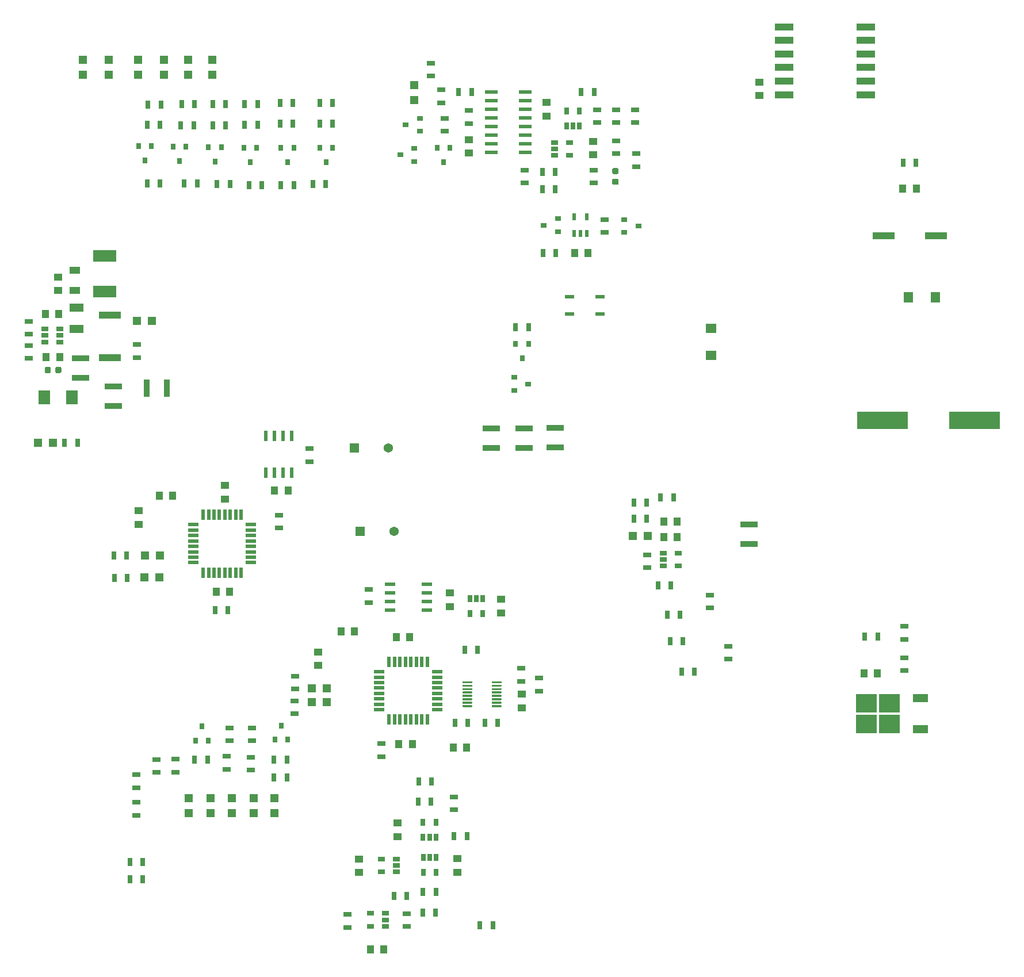
<source format=gbr>
%TF.GenerationSoftware,KiCad,Pcbnew,5.1.10-88a1d61d58~88~ubuntu20.04.1*%
%TF.CreationDate,2022-03-23T18:39:57-04:00*%
%TF.ProjectId,service_section_controller,73657276-6963-4655-9f73-656374696f6e,1.0*%
%TF.SameCoordinates,Original*%
%TF.FileFunction,Paste,Top*%
%TF.FilePolarity,Positive*%
%FSLAX46Y46*%
G04 Gerber Fmt 4.6, Leading zero omitted, Abs format (unit mm)*
G04 Created by KiCad (PCBNEW 5.1.10-88a1d61d58~88~ubuntu20.04.1) date 2022-03-23 18:39:57*
%MOMM*%
%LPD*%
G01*
G04 APERTURE LIST*
%ADD10C,1.371600*%
%ADD11R,1.371600X1.371600*%
%ADD12R,0.550000X1.600000*%
%ADD13R,1.600000X0.550000*%
%ADD14R,2.500000X0.900000*%
%ADD15R,1.250000X1.000000*%
%ADD16R,2.700000X1.000000*%
%ADD17R,1.300000X0.700000*%
%ADD18R,7.500000X2.500000*%
%ADD19R,0.700000X1.300000*%
%ADD20R,0.800000X0.900000*%
%ADD21R,1.200000X1.200000*%
%ADD22R,0.900000X0.800000*%
%ADD23R,0.600000X1.550000*%
%ADD24R,1.550000X0.600000*%
%ADD25R,1.060000X0.650000*%
%ADD26R,0.650000X1.060000*%
%ADD27R,2.200000X1.200000*%
%ADD28R,3.050000X2.750000*%
%ADD29R,3.200000X1.000000*%
%ADD30R,2.000000X1.200000*%
%ADD31R,0.900000X2.500000*%
%ADD32R,1.640000X1.400000*%
%ADD33R,1.400000X1.640000*%
%ADD34R,1.778000X2.159000*%
%ADD35R,3.500000X1.780000*%
%ADD36R,1.600000X1.000000*%
%ADD37R,1.000000X1.250000*%
%ADD38R,3.200000X1.100000*%
%ADD39R,0.600000X1.000000*%
%ADD40R,1.970000X0.600000*%
%ADD41R,1.450000X0.550000*%
G04 APERTURE END LIST*
D10*
%TO.C,C902*%
X189331600Y-135432800D03*
D11*
X184327800Y-135432800D03*
%TD*%
D12*
%TO.C,U1003*%
X194176300Y-154652400D03*
X193376300Y-154652400D03*
X192576300Y-154652400D03*
X191776300Y-154652400D03*
X190976300Y-154652400D03*
X190176300Y-154652400D03*
X189376300Y-154652400D03*
X188576300Y-154652400D03*
D13*
X187126300Y-156102400D03*
X187126300Y-156902400D03*
X187126300Y-157702400D03*
X187126300Y-158502400D03*
X187126300Y-159302400D03*
X187126300Y-160102400D03*
X187126300Y-160902400D03*
X187126300Y-161702400D03*
D12*
X188576300Y-163152400D03*
X189376300Y-163152400D03*
X190176300Y-163152400D03*
X190976300Y-163152400D03*
X191776300Y-163152400D03*
X192576300Y-163152400D03*
X193376300Y-163152400D03*
X194176300Y-163152400D03*
D13*
X195626300Y-161702400D03*
X195626300Y-160902400D03*
X195626300Y-160102400D03*
X195626300Y-159302400D03*
X195626300Y-158502400D03*
X195626300Y-157702400D03*
X195626300Y-156902400D03*
X195626300Y-156102400D03*
%TD*%
D14*
%TO.C,F203*%
X212975000Y-120200000D03*
X212975000Y-123100000D03*
%TD*%
D15*
%TO.C,C805*%
X243078000Y-71294500D03*
X243078000Y-69294500D03*
%TD*%
D16*
%TO.C,T801*%
X258752300Y-61141600D03*
X246682300Y-61141600D03*
X258752300Y-63141600D03*
X246682300Y-63141600D03*
X258752300Y-65141600D03*
X246682300Y-65141600D03*
X258752300Y-67141600D03*
X246682300Y-67141600D03*
X258752300Y-69141600D03*
X246682300Y-69141600D03*
X258752300Y-71141600D03*
X246682300Y-71141600D03*
%TD*%
D17*
%TO.C,R305*%
X224790000Y-75245000D03*
X224790000Y-73345000D03*
%TD*%
D18*
%TO.C,C701*%
X261201000Y-119126000D03*
X274701000Y-119126000D03*
%TD*%
D19*
%TO.C,R907*%
X173517600Y-169011600D03*
X171617600Y-169011600D03*
%TD*%
D20*
%TO.C,Q902*%
X172694600Y-164024600D03*
X173644600Y-166124600D03*
X171744600Y-166124600D03*
%TD*%
D21*
%TO.C,D902*%
X168666160Y-176918800D03*
X168666160Y-174718800D03*
%TD*%
%TO.C,D903*%
X171714160Y-176918800D03*
X171714160Y-174718800D03*
%TD*%
D19*
%TO.C,R905*%
X173517600Y-171678600D03*
X171617600Y-171678600D03*
%TD*%
D21*
%TO.C,D905*%
X159105600Y-176918800D03*
X159105600Y-174718800D03*
%TD*%
D22*
%TO.C,D301*%
X192262000Y-80960000D03*
X192262000Y-79060000D03*
X190262000Y-80010000D03*
%TD*%
D13*
%TO.C,U1004*%
X168250000Y-134450000D03*
X168250000Y-135250000D03*
X168250000Y-136050000D03*
X168250000Y-136850000D03*
X168250000Y-137650000D03*
X168250000Y-138450000D03*
X168250000Y-139250000D03*
X168250000Y-140050000D03*
D12*
X166800000Y-141500000D03*
X166000000Y-141500000D03*
X165200000Y-141500000D03*
X164400000Y-141500000D03*
X163600000Y-141500000D03*
X162800000Y-141500000D03*
X162000000Y-141500000D03*
X161200000Y-141500000D03*
D13*
X159750000Y-140050000D03*
X159750000Y-139250000D03*
X159750000Y-138450000D03*
X159750000Y-137650000D03*
X159750000Y-136850000D03*
X159750000Y-136050000D03*
X159750000Y-135250000D03*
X159750000Y-134450000D03*
D12*
X161200000Y-133000000D03*
X162000000Y-133000000D03*
X162800000Y-133000000D03*
X163600000Y-133000000D03*
X164400000Y-133000000D03*
X165200000Y-133000000D03*
X166000000Y-133000000D03*
X166800000Y-133000000D03*
%TD*%
D23*
%TO.C,U1002*%
X170461820Y-121410440D03*
X171731820Y-121410440D03*
X173001820Y-121410440D03*
X174271820Y-121410440D03*
X174271820Y-126810440D03*
X173001820Y-126810440D03*
X171731820Y-126810440D03*
X170461820Y-126810440D03*
%TD*%
D24*
%TO.C,U1001*%
X188701700Y-147040600D03*
X188701700Y-145770600D03*
X188701700Y-144500600D03*
X188701700Y-143230600D03*
X194101700Y-143230600D03*
X194101700Y-144500600D03*
X194101700Y-145770600D03*
X194101700Y-147040600D03*
%TD*%
D25*
%TO.C,U806*%
X187418800Y-185557200D03*
X187418800Y-183657200D03*
X189618800Y-183657200D03*
X189618800Y-184607200D03*
X189618800Y-185557200D03*
%TD*%
D26*
%TO.C,U805*%
X195526700Y-185643700D03*
X193626700Y-185643700D03*
X193626700Y-183443700D03*
X194576700Y-183443700D03*
X195526700Y-183443700D03*
%TD*%
D25*
%TO.C,U804*%
X185793200Y-193583600D03*
X185793200Y-191683600D03*
X187993200Y-191683600D03*
X187993200Y-192633600D03*
X187993200Y-193583600D03*
%TD*%
D26*
%TO.C,U803*%
X193563200Y-178300200D03*
X195463200Y-178300200D03*
X195463200Y-180500200D03*
X194513200Y-180500200D03*
X193563200Y-180500200D03*
%TD*%
%TO.C,U802*%
G36*
G01*
X203659800Y-157735400D02*
X203659800Y-157585400D01*
G75*
G02*
X203734800Y-157510400I75000J0D01*
G01*
X205034800Y-157510400D01*
G75*
G02*
X205109800Y-157585400I0J-75000D01*
G01*
X205109800Y-157735400D01*
G75*
G02*
X205034800Y-157810400I-75000J0D01*
G01*
X203734800Y-157810400D01*
G75*
G02*
X203659800Y-157735400I0J75000D01*
G01*
G37*
G36*
G01*
X203659800Y-158235400D02*
X203659800Y-158085400D01*
G75*
G02*
X203734800Y-158010400I75000J0D01*
G01*
X205034800Y-158010400D01*
G75*
G02*
X205109800Y-158085400I0J-75000D01*
G01*
X205109800Y-158235400D01*
G75*
G02*
X205034800Y-158310400I-75000J0D01*
G01*
X203734800Y-158310400D01*
G75*
G02*
X203659800Y-158235400I0J75000D01*
G01*
G37*
G36*
G01*
X203659800Y-158735400D02*
X203659800Y-158585400D01*
G75*
G02*
X203734800Y-158510400I75000J0D01*
G01*
X205034800Y-158510400D01*
G75*
G02*
X205109800Y-158585400I0J-75000D01*
G01*
X205109800Y-158735400D01*
G75*
G02*
X205034800Y-158810400I-75000J0D01*
G01*
X203734800Y-158810400D01*
G75*
G02*
X203659800Y-158735400I0J75000D01*
G01*
G37*
G36*
G01*
X203659800Y-159235400D02*
X203659800Y-159085400D01*
G75*
G02*
X203734800Y-159010400I75000J0D01*
G01*
X205034800Y-159010400D01*
G75*
G02*
X205109800Y-159085400I0J-75000D01*
G01*
X205109800Y-159235400D01*
G75*
G02*
X205034800Y-159310400I-75000J0D01*
G01*
X203734800Y-159310400D01*
G75*
G02*
X203659800Y-159235400I0J75000D01*
G01*
G37*
G36*
G01*
X203659800Y-159735400D02*
X203659800Y-159585400D01*
G75*
G02*
X203734800Y-159510400I75000J0D01*
G01*
X205034800Y-159510400D01*
G75*
G02*
X205109800Y-159585400I0J-75000D01*
G01*
X205109800Y-159735400D01*
G75*
G02*
X205034800Y-159810400I-75000J0D01*
G01*
X203734800Y-159810400D01*
G75*
G02*
X203659800Y-159735400I0J75000D01*
G01*
G37*
G36*
G01*
X203659800Y-160235400D02*
X203659800Y-160085400D01*
G75*
G02*
X203734800Y-160010400I75000J0D01*
G01*
X205034800Y-160010400D01*
G75*
G02*
X205109800Y-160085400I0J-75000D01*
G01*
X205109800Y-160235400D01*
G75*
G02*
X205034800Y-160310400I-75000J0D01*
G01*
X203734800Y-160310400D01*
G75*
G02*
X203659800Y-160235400I0J75000D01*
G01*
G37*
G36*
G01*
X203659800Y-160735400D02*
X203659800Y-160585400D01*
G75*
G02*
X203734800Y-160510400I75000J0D01*
G01*
X205034800Y-160510400D01*
G75*
G02*
X205109800Y-160585400I0J-75000D01*
G01*
X205109800Y-160735400D01*
G75*
G02*
X205034800Y-160810400I-75000J0D01*
G01*
X203734800Y-160810400D01*
G75*
G02*
X203659800Y-160735400I0J75000D01*
G01*
G37*
G36*
G01*
X203659800Y-161235400D02*
X203659800Y-161085400D01*
G75*
G02*
X203734800Y-161010400I75000J0D01*
G01*
X205034800Y-161010400D01*
G75*
G02*
X205109800Y-161085400I0J-75000D01*
G01*
X205109800Y-161235400D01*
G75*
G02*
X205034800Y-161310400I-75000J0D01*
G01*
X203734800Y-161310400D01*
G75*
G02*
X203659800Y-161235400I0J75000D01*
G01*
G37*
G36*
G01*
X199359800Y-161235400D02*
X199359800Y-161085400D01*
G75*
G02*
X199434800Y-161010400I75000J0D01*
G01*
X200734800Y-161010400D01*
G75*
G02*
X200809800Y-161085400I0J-75000D01*
G01*
X200809800Y-161235400D01*
G75*
G02*
X200734800Y-161310400I-75000J0D01*
G01*
X199434800Y-161310400D01*
G75*
G02*
X199359800Y-161235400I0J75000D01*
G01*
G37*
G36*
G01*
X199359800Y-160735400D02*
X199359800Y-160585400D01*
G75*
G02*
X199434800Y-160510400I75000J0D01*
G01*
X200734800Y-160510400D01*
G75*
G02*
X200809800Y-160585400I0J-75000D01*
G01*
X200809800Y-160735400D01*
G75*
G02*
X200734800Y-160810400I-75000J0D01*
G01*
X199434800Y-160810400D01*
G75*
G02*
X199359800Y-160735400I0J75000D01*
G01*
G37*
G36*
G01*
X199359800Y-160235400D02*
X199359800Y-160085400D01*
G75*
G02*
X199434800Y-160010400I75000J0D01*
G01*
X200734800Y-160010400D01*
G75*
G02*
X200809800Y-160085400I0J-75000D01*
G01*
X200809800Y-160235400D01*
G75*
G02*
X200734800Y-160310400I-75000J0D01*
G01*
X199434800Y-160310400D01*
G75*
G02*
X199359800Y-160235400I0J75000D01*
G01*
G37*
G36*
G01*
X199359800Y-159735400D02*
X199359800Y-159585400D01*
G75*
G02*
X199434800Y-159510400I75000J0D01*
G01*
X200734800Y-159510400D01*
G75*
G02*
X200809800Y-159585400I0J-75000D01*
G01*
X200809800Y-159735400D01*
G75*
G02*
X200734800Y-159810400I-75000J0D01*
G01*
X199434800Y-159810400D01*
G75*
G02*
X199359800Y-159735400I0J75000D01*
G01*
G37*
G36*
G01*
X199359800Y-159235400D02*
X199359800Y-159085400D01*
G75*
G02*
X199434800Y-159010400I75000J0D01*
G01*
X200734800Y-159010400D01*
G75*
G02*
X200809800Y-159085400I0J-75000D01*
G01*
X200809800Y-159235400D01*
G75*
G02*
X200734800Y-159310400I-75000J0D01*
G01*
X199434800Y-159310400D01*
G75*
G02*
X199359800Y-159235400I0J75000D01*
G01*
G37*
G36*
G01*
X199359800Y-158735400D02*
X199359800Y-158585400D01*
G75*
G02*
X199434800Y-158510400I75000J0D01*
G01*
X200734800Y-158510400D01*
G75*
G02*
X200809800Y-158585400I0J-75000D01*
G01*
X200809800Y-158735400D01*
G75*
G02*
X200734800Y-158810400I-75000J0D01*
G01*
X199434800Y-158810400D01*
G75*
G02*
X199359800Y-158735400I0J75000D01*
G01*
G37*
G36*
G01*
X199359800Y-158235400D02*
X199359800Y-158085400D01*
G75*
G02*
X199434800Y-158010400I75000J0D01*
G01*
X200734800Y-158010400D01*
G75*
G02*
X200809800Y-158085400I0J-75000D01*
G01*
X200809800Y-158235400D01*
G75*
G02*
X200734800Y-158310400I-75000J0D01*
G01*
X199434800Y-158310400D01*
G75*
G02*
X199359800Y-158235400I0J75000D01*
G01*
G37*
G36*
G01*
X199359800Y-157735400D02*
X199359800Y-157585400D01*
G75*
G02*
X199434800Y-157510400I75000J0D01*
G01*
X200734800Y-157510400D01*
G75*
G02*
X200809800Y-157585400I0J-75000D01*
G01*
X200809800Y-157735400D01*
G75*
G02*
X200734800Y-157810400I-75000J0D01*
G01*
X199434800Y-157810400D01*
G75*
G02*
X199359800Y-157735400I0J75000D01*
G01*
G37*
%TD*%
%TO.C,U801*%
X202359300Y-147556400D03*
X200459300Y-147556400D03*
X200459300Y-145356400D03*
X201409300Y-145356400D03*
X202359300Y-145356400D03*
%TD*%
D27*
%TO.C,U701*%
X266810600Y-164535200D03*
X266810600Y-159975200D03*
D28*
X258835600Y-160730200D03*
X262185600Y-163780200D03*
X258835600Y-163780200D03*
X262185600Y-160730200D03*
%TD*%
D25*
%TO.C,U601*%
X231097000Y-138623000D03*
X231097000Y-140523000D03*
X228897000Y-140523000D03*
X228897000Y-139573000D03*
X228897000Y-138623000D03*
%TD*%
D26*
%TO.C,U302*%
X214696000Y-73576000D03*
X216596000Y-73576000D03*
X216596000Y-75776000D03*
X215646000Y-75776000D03*
X214696000Y-75776000D03*
%TD*%
D25*
%TO.C,U301*%
X215095000Y-78171000D03*
X215095000Y-80071000D03*
X212895000Y-80071000D03*
X212895000Y-79121000D03*
X212895000Y-78171000D03*
%TD*%
%TO.C,U201*%
X140076100Y-106603800D03*
X140076100Y-105653800D03*
X140076100Y-107553800D03*
X137876100Y-107553800D03*
X137876100Y-106603800D03*
X137876100Y-105653800D03*
%TD*%
D17*
%TO.C,R1014*%
X172400000Y-134950000D03*
X172400000Y-133050000D03*
%TD*%
D19*
%TO.C,R1013*%
X152334000Y-184150000D03*
X150434000Y-184150000D03*
%TD*%
%TO.C,R1012*%
X152334000Y-186690000D03*
X150434000Y-186690000D03*
%TD*%
%TO.C,R1010*%
X148160000Y-142300000D03*
X150060000Y-142300000D03*
%TD*%
%TO.C,R1009*%
X148050000Y-138990000D03*
X149950000Y-138990000D03*
%TD*%
D17*
%TO.C,R1008*%
X174675000Y-162275000D03*
X174675000Y-160375000D03*
%TD*%
%TO.C,R1007*%
X174700000Y-156750000D03*
X174700000Y-158650000D03*
%TD*%
D19*
%TO.C,R1006*%
X199710000Y-152908000D03*
X201610000Y-152908000D03*
%TD*%
D17*
%TO.C,R1005*%
X151384000Y-177226000D03*
X151384000Y-175326000D03*
%TD*%
%TO.C,R1004*%
X151384000Y-171262000D03*
X151384000Y-173162000D03*
%TD*%
%TO.C,R1001*%
X187439300Y-166715400D03*
X187439300Y-168615400D03*
%TD*%
%TO.C,R909*%
X154355800Y-170952200D03*
X154355800Y-169052200D03*
%TD*%
%TO.C,R908*%
X165074600Y-164378600D03*
X165074600Y-166278600D03*
%TD*%
%TO.C,R906*%
X164693600Y-170469600D03*
X164693600Y-168569600D03*
%TD*%
D19*
%TO.C,R902*%
X161833600Y-169011600D03*
X159933600Y-169011600D03*
%TD*%
D17*
%TO.C,R904*%
X168376600Y-164378600D03*
X168376600Y-166278600D03*
%TD*%
%TO.C,R901*%
X157149800Y-170901400D03*
X157149800Y-169001400D03*
%TD*%
%TO.C,R903*%
X168249600Y-170596600D03*
X168249600Y-168696600D03*
%TD*%
D19*
%TO.C,R815*%
X209103000Y-105346500D03*
X207203000Y-105346500D03*
%TD*%
%TO.C,R814*%
X193499700Y-191528700D03*
X195399700Y-191528700D03*
%TD*%
D17*
%TO.C,R812*%
X191160400Y-193634400D03*
X191160400Y-191734400D03*
%TD*%
D19*
%TO.C,R813*%
X195463200Y-188544200D03*
X193563200Y-188544200D03*
%TD*%
%TO.C,R810*%
X198236800Y-163601400D03*
X200136800Y-163601400D03*
%TD*%
%TO.C,R809*%
X202681800Y-163601400D03*
X204581800Y-163601400D03*
%TD*%
%TO.C,R808*%
X192928200Y-172224700D03*
X194828200Y-172224700D03*
%TD*%
%TO.C,R807*%
X198135200Y-180289200D03*
X200035200Y-180289200D03*
%TD*%
D17*
%TO.C,R806*%
X210680300Y-158963400D03*
X210680300Y-157063400D03*
%TD*%
%TO.C,R805*%
X208013300Y-157502900D03*
X208013300Y-155602900D03*
%TD*%
D19*
%TO.C,R803*%
X194764700Y-175209200D03*
X192864700Y-175209200D03*
%TD*%
D17*
%TO.C,R804*%
X198132700Y-176413200D03*
X198132700Y-174513200D03*
%TD*%
%TO.C,R802*%
X182422800Y-193736000D03*
X182422800Y-191836000D03*
%TD*%
D19*
%TO.C,R801*%
X203845200Y-193446400D03*
X201945200Y-193446400D03*
%TD*%
%TO.C,R707*%
X266126000Y-81153000D03*
X264226000Y-81153000D03*
%TD*%
%TO.C,R610*%
X226502000Y-131191000D03*
X224602000Y-131191000D03*
%TD*%
%TO.C,R609*%
X226502000Y-133604000D03*
X224602000Y-133604000D03*
%TD*%
%TO.C,R608*%
X230439000Y-130429000D03*
X228539000Y-130429000D03*
%TD*%
%TO.C,R607*%
X230058000Y-143408400D03*
X228158000Y-143408400D03*
%TD*%
%TO.C,R606*%
X231836000Y-151638000D03*
X229936000Y-151638000D03*
%TD*%
D17*
%TO.C,R605*%
X226568000Y-138877000D03*
X226568000Y-140777000D03*
%TD*%
D19*
%TO.C,R604*%
X233512400Y-156108400D03*
X231612400Y-156108400D03*
%TD*%
%TO.C,R602*%
X229478800Y-147675600D03*
X231378800Y-147675600D03*
%TD*%
D17*
%TO.C,R603*%
X235813600Y-144795200D03*
X235813600Y-146695200D03*
%TD*%
%TO.C,R601*%
X238506000Y-152364400D03*
X238506000Y-154264400D03*
%TD*%
D19*
%TO.C,R518*%
X177358000Y-84328000D03*
X179258000Y-84328000D03*
%TD*%
%TO.C,R516*%
X172659000Y-84455000D03*
X174559000Y-84455000D03*
%TD*%
%TO.C,R517*%
X167960000Y-84455000D03*
X169860000Y-84455000D03*
%TD*%
%TO.C,R514*%
X174432000Y-75438000D03*
X172532000Y-75438000D03*
%TD*%
%TO.C,R515*%
X169225000Y-75565000D03*
X167325000Y-75565000D03*
%TD*%
%TO.C,R513*%
X180274000Y-75438000D03*
X178374000Y-75438000D03*
%TD*%
%TO.C,R511*%
X174432000Y-72390000D03*
X172532000Y-72390000D03*
%TD*%
%TO.C,R512*%
X169225000Y-72517000D03*
X167325000Y-72517000D03*
%TD*%
%TO.C,R510*%
X180274000Y-72390000D03*
X178374000Y-72390000D03*
%TD*%
%TO.C,R507*%
X163261000Y-84328000D03*
X165161000Y-84328000D03*
%TD*%
%TO.C,R509*%
X152974000Y-84201000D03*
X154874000Y-84201000D03*
%TD*%
%TO.C,R508*%
X158435000Y-84201000D03*
X160335000Y-84201000D03*
%TD*%
%TO.C,R505*%
X164526000Y-75692000D03*
X162626000Y-75692000D03*
%TD*%
%TO.C,R506*%
X154874000Y-75565000D03*
X152974000Y-75565000D03*
%TD*%
%TO.C,R504*%
X159827000Y-75692000D03*
X157927000Y-75692000D03*
%TD*%
%TO.C,R502*%
X164526000Y-72517000D03*
X162626000Y-72517000D03*
%TD*%
%TO.C,R503*%
X155001000Y-72644000D03*
X153101000Y-72644000D03*
%TD*%
%TO.C,R501*%
X159954000Y-72517000D03*
X158054000Y-72517000D03*
%TD*%
D17*
%TO.C,R315*%
X194691000Y-68387000D03*
X194691000Y-66487000D03*
%TD*%
%TO.C,R311*%
X200279000Y-73472000D03*
X200279000Y-75372000D03*
%TD*%
%TO.C,R310*%
X219202000Y-75245000D03*
X219202000Y-73345000D03*
%TD*%
%TO.C,R309*%
X218694000Y-84135000D03*
X218694000Y-82235000D03*
%TD*%
%TO.C,R308*%
X221996000Y-73345000D03*
X221996000Y-75245000D03*
%TD*%
D19*
%TO.C,R307*%
X218755000Y-70739000D03*
X216855000Y-70739000D03*
%TD*%
%TO.C,R306*%
X211140000Y-82550000D03*
X213040000Y-82550000D03*
%TD*%
D17*
%TO.C,R304*%
X208534000Y-84135000D03*
X208534000Y-82235000D03*
%TD*%
%TO.C,R303*%
X224917000Y-79822000D03*
X224917000Y-81722000D03*
%TD*%
D19*
%TO.C,R302*%
X213040000Y-85090000D03*
X211140000Y-85090000D03*
%TD*%
D17*
%TO.C,R301*%
X221996000Y-77917000D03*
X221996000Y-79817000D03*
%TD*%
%TO.C,R204*%
X151422100Y-107939800D03*
X151422100Y-109839800D03*
%TD*%
D29*
%TO.C,R205*%
X147485100Y-103630800D03*
X147485100Y-109830800D03*
%TD*%
D17*
%TO.C,R203*%
X135547100Y-104510800D03*
X135547100Y-106410800D03*
%TD*%
%TO.C,R202*%
X135547100Y-109966800D03*
X135547100Y-108066800D03*
%TD*%
D19*
%TO.C,R201*%
X140820100Y-122415300D03*
X142720100Y-122415300D03*
%TD*%
D20*
%TO.C,Q901*%
X161010600Y-164151600D03*
X161960600Y-166251600D03*
X160060600Y-166251600D03*
%TD*%
%TO.C,Q801*%
X208153000Y-109952500D03*
X207203000Y-107852500D03*
X209103000Y-107852500D03*
%TD*%
%TO.C,Q506*%
X180274000Y-78960000D03*
X178374000Y-78960000D03*
X179324000Y-81060000D03*
%TD*%
%TO.C,Q504*%
X174559000Y-78960000D03*
X172659000Y-78960000D03*
X173609000Y-81060000D03*
%TD*%
%TO.C,Q505*%
X169098000Y-78960000D03*
X167198000Y-78960000D03*
X168148000Y-81060000D03*
%TD*%
%TO.C,Q501*%
X163891000Y-78876180D03*
X161991000Y-78876180D03*
X162941000Y-80976180D03*
%TD*%
%TO.C,Q503*%
X153604000Y-78706000D03*
X151704000Y-78706000D03*
X152654000Y-80806000D03*
%TD*%
%TO.C,Q502*%
X158684000Y-78833000D03*
X156784000Y-78833000D03*
X157734000Y-80933000D03*
%TD*%
D22*
%TO.C,Q302*%
X190974000Y-75565000D03*
X193074000Y-74615000D03*
X193074000Y-76515000D03*
%TD*%
D20*
%TO.C,Q301*%
X196596000Y-81060000D03*
X195646000Y-78960000D03*
X197546000Y-78960000D03*
%TD*%
D21*
%TO.C,PD1004*%
X152580000Y-142230000D03*
X154780000Y-142230000D03*
%TD*%
%TO.C,PD1003*%
X152630000Y-138950000D03*
X154830000Y-138950000D03*
%TD*%
%TO.C,PD1002*%
X177169800Y-160542820D03*
X179369800Y-160542820D03*
%TD*%
%TO.C,PD1001*%
X177169800Y-158510820D03*
X179369800Y-158510820D03*
%TD*%
D30*
%TO.C,L201*%
X142532100Y-102463800D03*
X142532100Y-105663800D03*
%TD*%
D14*
%TO.C,F702*%
X241554000Y-134440000D03*
X241554000Y-137340000D03*
%TD*%
%TO.C,F205*%
X208475000Y-120275000D03*
X208475000Y-123175000D03*
%TD*%
%TO.C,F204*%
X203625000Y-120250000D03*
X203625000Y-123150000D03*
%TD*%
%TO.C,F206*%
X143167100Y-112816300D03*
X143167100Y-109916300D03*
%TD*%
D31*
%TO.C,F202*%
X155820000Y-114380000D03*
X152920000Y-114380000D03*
%TD*%
D14*
%TO.C,F201*%
X147980400Y-116989520D03*
X147980400Y-114089520D03*
%TD*%
D21*
%TO.C,D904*%
X165414960Y-176918800D03*
X165414960Y-174718800D03*
%TD*%
%TO.C,D901*%
X162316160Y-176918800D03*
X162316160Y-174718800D03*
%TD*%
D22*
%TO.C,D801*%
X209026000Y-113728500D03*
X207026000Y-114678500D03*
X207026000Y-112778500D03*
%TD*%
D32*
%TO.C,D703*%
X235966000Y-109567000D03*
X235966000Y-105537000D03*
%TD*%
D33*
%TO.C,D702*%
X264956000Y-100965000D03*
X268986000Y-100965000D03*
%TD*%
D21*
%TO.C,D601*%
X224452000Y-136144000D03*
X226652000Y-136144000D03*
%TD*%
%TO.C,D505*%
X158960820Y-68199180D03*
X158960820Y-65999180D03*
%TD*%
%TO.C,D506*%
X155404820Y-68199180D03*
X155404820Y-65999180D03*
%TD*%
%TO.C,D504*%
X162516820Y-68199180D03*
X162516820Y-65999180D03*
%TD*%
%TO.C,D502*%
X151594820Y-68199180D03*
X151594820Y-65999180D03*
%TD*%
%TO.C,D503*%
X143466820Y-68199180D03*
X143466820Y-65999180D03*
%TD*%
%TO.C,D501*%
X147276820Y-68199180D03*
X147276820Y-65999180D03*
%TD*%
%TO.C,D302*%
X192278000Y-71966000D03*
X192278000Y-69766000D03*
%TD*%
%TO.C,D203*%
X153665100Y-104444800D03*
X151465100Y-104444800D03*
%TD*%
%TO.C,D202*%
X136860100Y-122415300D03*
X139060100Y-122415300D03*
%TD*%
D34*
%TO.C,D201*%
X141897100Y-115747800D03*
X137833100Y-115747800D03*
%TD*%
D35*
%TO.C,COUT203*%
X146723100Y-100126800D03*
X146723100Y-94846800D03*
%TD*%
D36*
%TO.C,COUT202*%
X142278100Y-96975800D03*
X142278100Y-99975800D03*
%TD*%
D15*
%TO.C,COUT201*%
X139865100Y-97983800D03*
X139865100Y-99983800D03*
%TD*%
D37*
%TO.C,C1010*%
X154744920Y-130207140D03*
X156744920Y-130207140D03*
%TD*%
D15*
%TO.C,C1009*%
X151696920Y-132382140D03*
X151696920Y-134382140D03*
%TD*%
D37*
%TO.C,C1008*%
X165100000Y-144350000D03*
X163100000Y-144350000D03*
%TD*%
D15*
%TO.C,C1007*%
X164400000Y-128700000D03*
X164400000Y-130700000D03*
%TD*%
D37*
%TO.C,C1006*%
X181486300Y-150139400D03*
X183486300Y-150139400D03*
%TD*%
D15*
%TO.C,C1005*%
X178168300Y-153203400D03*
X178168300Y-155203400D03*
%TD*%
D37*
%TO.C,C1004*%
X171702100Y-129396180D03*
X173702100Y-129396180D03*
%TD*%
D15*
%TO.C,C1003*%
X197497700Y-146516600D03*
X197497700Y-144516600D03*
%TD*%
D37*
%TO.C,C1002*%
X191995300Y-166776400D03*
X189995300Y-166776400D03*
%TD*%
%TO.C,C1001*%
X189614300Y-151028400D03*
X191614300Y-151028400D03*
%TD*%
D10*
%TO.C,C901*%
X188468000Y-123190000D03*
D11*
X183464200Y-123190000D03*
%TD*%
D15*
%TO.C,C808*%
X184099200Y-183658000D03*
X184099200Y-185658000D03*
%TD*%
%TO.C,C807*%
X198577200Y-183607200D03*
X198577200Y-185607200D03*
%TD*%
D37*
%TO.C,C806*%
X187791600Y-197002400D03*
X185791600Y-197002400D03*
%TD*%
%TO.C,C804*%
X197996300Y-167284400D03*
X199996300Y-167284400D03*
%TD*%
D15*
%TO.C,C803*%
X189814200Y-180400200D03*
X189814200Y-178400200D03*
%TD*%
%TO.C,C802*%
X205092300Y-147456400D03*
X205092300Y-145456400D03*
%TD*%
%TO.C,C801*%
X208076800Y-159426400D03*
X208076800Y-161426400D03*
%TD*%
D37*
%TO.C,C707*%
X266176000Y-84963000D03*
X264176000Y-84963000D03*
%TD*%
D38*
%TO.C,C706*%
X269066000Y-91948000D03*
X261366000Y-91948000D03*
%TD*%
D37*
%TO.C,C704*%
X258461000Y-156337000D03*
X260461000Y-156337000D03*
%TD*%
%TO.C,C603*%
X215852500Y-94488000D03*
X217852500Y-94488000D03*
%TD*%
%TO.C,C602*%
X230997000Y-136271000D03*
X228997000Y-136271000D03*
%TD*%
%TO.C,C601*%
X230997000Y-133985000D03*
X228997000Y-133985000D03*
%TD*%
D15*
%TO.C,C303*%
X211709000Y-74279000D03*
X211709000Y-72279000D03*
%TD*%
%TO.C,C302*%
X218567000Y-77994000D03*
X218567000Y-79994000D03*
%TD*%
%TO.C,C301*%
G36*
G01*
X221612750Y-83535000D02*
X222125250Y-83535000D01*
G75*
G02*
X222344000Y-83753750I0J-218750D01*
G01*
X222344000Y-84191250D01*
G75*
G02*
X222125250Y-84410000I-218750J0D01*
G01*
X221612750Y-84410000D01*
G75*
G02*
X221394000Y-84191250I0J218750D01*
G01*
X221394000Y-83753750D01*
G75*
G02*
X221612750Y-83535000I218750J0D01*
G01*
G37*
G36*
G01*
X221612750Y-81960000D02*
X222125250Y-81960000D01*
G75*
G02*
X222344000Y-82178750I0J-218750D01*
G01*
X222344000Y-82616250D01*
G75*
G02*
X222125250Y-82835000I-218750J0D01*
G01*
X221612750Y-82835000D01*
G75*
G02*
X221394000Y-82616250I0J218750D01*
G01*
X221394000Y-82178750D01*
G75*
G02*
X221612750Y-81960000I218750J0D01*
G01*
G37*
%TD*%
D37*
%TO.C,C203*%
X137976100Y-103428800D03*
X139976100Y-103428800D03*
%TD*%
%TO.C,C202*%
X138103100Y-109778800D03*
X140103100Y-109778800D03*
%TD*%
%TO.C,C201*%
G36*
G01*
X138753100Y-111427550D02*
X138753100Y-111940050D01*
G75*
G02*
X138534350Y-112158800I-218750J0D01*
G01*
X138096850Y-112158800D01*
G75*
G02*
X137878100Y-111940050I0J218750D01*
G01*
X137878100Y-111427550D01*
G75*
G02*
X138096850Y-111208800I218750J0D01*
G01*
X138534350Y-111208800D01*
G75*
G02*
X138753100Y-111427550I0J-218750D01*
G01*
G37*
G36*
G01*
X140328100Y-111427550D02*
X140328100Y-111940050D01*
G75*
G02*
X140109350Y-112158800I-218750J0D01*
G01*
X139671850Y-112158800D01*
G75*
G02*
X139453100Y-111940050I0J218750D01*
G01*
X139453100Y-111427550D01*
G75*
G02*
X139671850Y-111208800I218750J0D01*
G01*
X140109350Y-111208800D01*
G75*
G02*
X140328100Y-111427550I0J-218750D01*
G01*
G37*
%TD*%
D19*
%TO.C,R611*%
X213103500Y-94488000D03*
X211203500Y-94488000D03*
%TD*%
D22*
%TO.C,Q601*%
X213457500Y-91310500D03*
X213457500Y-89410500D03*
X211357500Y-90360500D03*
%TD*%
D17*
%TO.C,R612*%
X220281500Y-89537500D03*
X220281500Y-91437500D03*
%TD*%
D39*
%TO.C,U603*%
X215775500Y-91560500D03*
X216725500Y-91560500D03*
X217675500Y-91560500D03*
X217675500Y-89160500D03*
X215775500Y-89160500D03*
%TD*%
D22*
%TO.C,Q602*%
X223168500Y-89537500D03*
X223168500Y-91437500D03*
X225268500Y-90487500D03*
%TD*%
D17*
%TO.C,R312*%
X196723000Y-74615000D03*
X196723000Y-76515000D03*
%TD*%
%TO.C,R313*%
X196215000Y-72324000D03*
X196215000Y-70424000D03*
%TD*%
D19*
%TO.C,R314*%
X198821000Y-70739000D03*
X200721000Y-70739000D03*
%TD*%
D40*
%TO.C,U303*%
X203622000Y-79626000D03*
X203622000Y-78356000D03*
X203622000Y-77086000D03*
X203622000Y-75816000D03*
X203622000Y-74546000D03*
X203622000Y-73276000D03*
X203622000Y-72006000D03*
X203622000Y-70736000D03*
X208572000Y-70736000D03*
X208572000Y-72006000D03*
X208572000Y-73276000D03*
X208572000Y-74546000D03*
X208572000Y-75816000D03*
X208572000Y-77086000D03*
X208572000Y-78356000D03*
X208572000Y-79626000D03*
%TD*%
D17*
%TO.C,R703*%
X264414000Y-155966200D03*
X264414000Y-154066200D03*
%TD*%
%TO.C,R701*%
X264363200Y-149443400D03*
X264363200Y-151343400D03*
%TD*%
D19*
%TO.C,R702*%
X260487200Y-150952200D03*
X258587200Y-150952200D03*
%TD*%
D15*
%TO.C,C304*%
X200279000Y-77740000D03*
X200279000Y-79740000D03*
%TD*%
D19*
%TO.C,R1011*%
X164850000Y-147000000D03*
X162950000Y-147000000D03*
%TD*%
%TO.C,R811*%
X189296000Y-189128400D03*
X191196000Y-189128400D03*
%TD*%
D17*
%TO.C,R1002*%
X185547000Y-145923000D03*
X185547000Y-144023000D03*
%TD*%
%TO.C,R1003*%
X176860000Y-123250000D03*
X176860000Y-125150000D03*
%TD*%
D41*
%TO.C,U602*%
X219648600Y-103454200D03*
X219648600Y-100914200D03*
X215148600Y-100914200D03*
X215148600Y-103454200D03*
%TD*%
M02*

</source>
